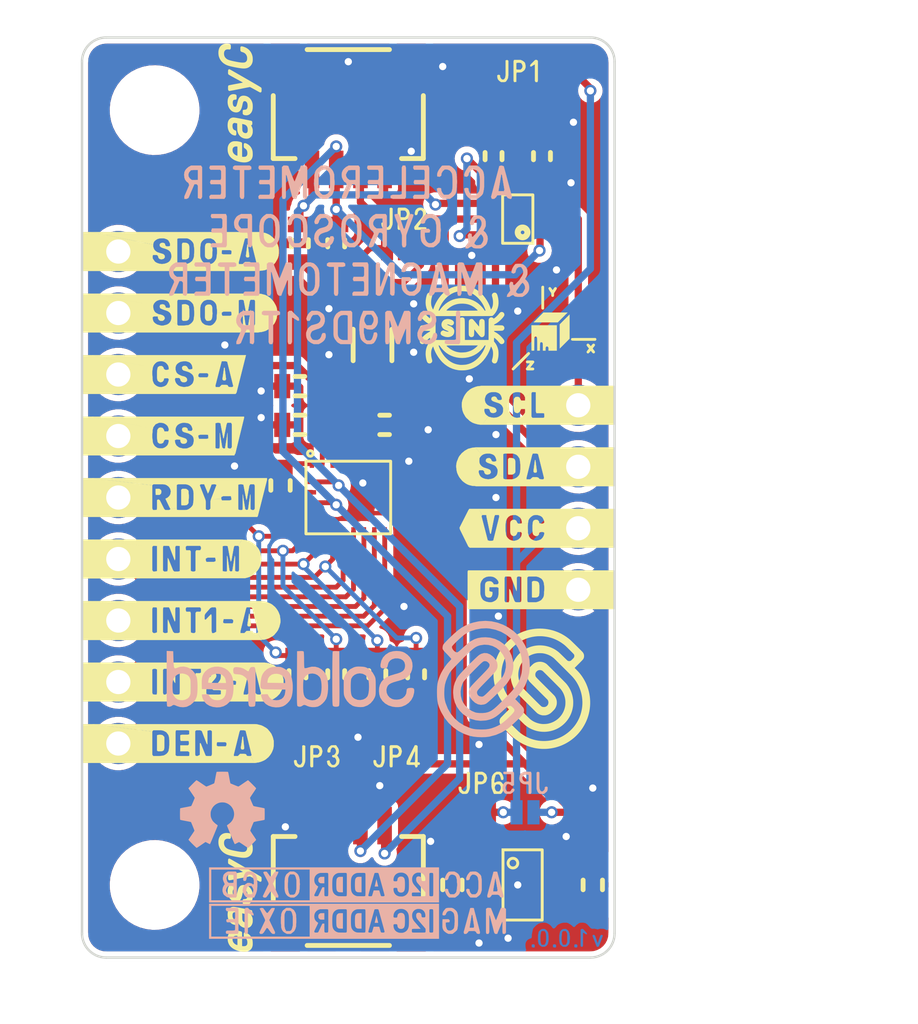
<source format=kicad_pcb>
(kicad_pcb (version 20210623) (generator pcbnew)
  (layers (0 "F.Cu" signal) (31 "B.Cu" signal) (34 "B.Paste" user) (35 "F.Paste" user) (36 "B.SilkS" user "B.Silkscreen") (37 "F.SilkS" user "F.Silkscreen") (38 "B.Mask" user) (39 "F.Mask" user) (44 "Edge.Cuts" user))
  (net 0 "")
  (net 1 "GND")
  (net 2 "3V3")
  (net 3 "Net-(C2-Pad1)")
  (net 4 "Net-(C4-Pad1)")
  (net 5 "Net-(C6-Pad2)")
  (net 6 "SCL_PULL5")
  (net 7 "5V")
  (net 8 "SDA_PULL5")
  (net 9 "SCL_PULL3,3")
  (net 10 "SDA_PULL3,3")
  (net 11 "Net-(JP3-Pad1)")
  (net 12 "Net-(JP3-Pad3)")
  (net 13 "SDO_AG")
  (net 14 "SDO_M")
  (net 15 "CS_AG")
  (net 16 "CS_M")
  (net 17 "DRDY_M")
  (net 18 "INT_M")
  (net 19 "INT1_AG")
  (net 20 "INT2_AG")
  (net 21 "DEN_AG")
  (net 22 "SCL3,3")
  (net 23 "SDA3,3")
  (net 24 "SDA5")
  (net 25 "SCL5")
  (net 27 "Net-(JP4-Pad1)")
  (net 28 "Net-(JP4-Pad3)")
  (footprint "buzzardLabel" (layer "F.Cu") (at 99.6 126.08)
    (fp_text reference "")
    (fp_text value "")
  )
  (footprint "e-radionica.com footprinti:0603R" (layer "F.Cu") (at 110.5 128.3 -90)
    (fp_text reference "R6")
    (fp_text value "10k")
  )
  (footprint "e-radionica.com footprinti:FIDUCIAL_23" (layer "F.Cu") (at 111 138.1)
    (fp_text reference "FD1")
    (fp_text value "FIDUCIAL")
  )
  (footprint "e-radionica.com footprinti:0603R" (layer "F.Cu") (at 109 110.5 -90)
    (fp_text reference "R4")
    (fp_text value "10k")
  )
  (footprint "e-radionica.com footprinti:0603C" (layer "F.Cu") (at 115.3 137 90)
    (fp_text reference "C6")
    (fp_text value "2u2")
  )
  (footprint "buzzardLabel" (layer "F.Cu") (at 99.6 123.54)
    (fp_text reference "")
    (fp_text value "")
  )
  (footprint "buzzardLabel" (layer "F.Cu") (at 118 103.4)
    (fp_text reference "")
    (fp_text value "")
  )
  (footprint "e-radionica.com footprinti:easyC-connector" (layer "F.Cu") (at 111 136.7 180)
    (fp_text reference "K2")
    (fp_text value "easyC-SMD")
  )
  (footprint "e-radionica.com footprinti:0603R" (layer "F.Cu") (at 113.8 128.3 -90)
    (fp_text reference "R8")
    (fp_text value "10k")
  )
  (footprint "buzzardLabel" (layer "F.Cu") (at 99.6 115.92)
    (fp_text reference "")
    (fp_text value "")
  )
  (footprint "e-radionica.com footprinti:SMD-JUMPER-CONNECTED_TRACE_SLODERMASK" (layer "F.Cu") (at 116.5 134)
    (fp_text reference "JP6")
    (fp_text value "SMD-JUMPER-CONNECTED_TRACE_SLODERMASK")
  )
  (footprint "e-radionica.com footprinti:1206C" (layer "F.Cu") (at 112 114.7 90)
    (fp_text reference "C3")
    (fp_text value "10u")
  )
  (footprint "Soldered Graphics:Logo-Back-OSH-3.5mm" (layer "F.Cu") (at 105.8 133.9)
    (fp_text reference "G***" hide)
    (fp_text value "LOGO" hide)
  )
  (footprint "e-radionica.com footprinti:0603C" (layer "F.Cu") (at 109 116.4)
    (fp_text reference "C5")
    (fp_text value "100nF")
  )
  (footprint "e-radionica.com footprinti:0603R" (layer "F.Cu") (at 119 106.9 -90)
    (fp_text reference "R2")
    (fp_text value "10k")
  )
  (footprint "e-radionica.com footprinti:0603C" (layer "F.Cu") (at 109 118 180)
    (fp_text reference "C2")
    (fp_text value "100nF")
  )
  (footprint "buzzardLabel" (layer "F.Cu") (at 122.4 119.73)
    (fp_text reference "")
    (fp_text value "")
  )
  (footprint "buzzardLabel" (layer "F.Cu") (at 113 131.7)
    (fp_text reference "")
    (fp_text value "")
  )
  (footprint "buzzardLabel" (layer "F.Cu") (at 99.6 121)
    (fp_text reference "")
    (fp_text value "")
  )
  (footprint "buzzardLabel" (layer "F.Cu") (at 99.6 110.84)
    (fp_text reference "")
    (fp_text value "")
  )
  (footprint "Soldered Graphics:Logo-Front-Soldered-5mm" (layer "F.Cu") (at 119 128.9)
    (fp_text reference "G***" hide)
    (fp_text value "LOGO" hide)
  )
  (footprint "e-radionica.com footprinti:0603R" (layer "F.Cu") (at 110.5 110.5 90)
    (fp_text reference "R1")
    (fp_text value "10k")
  )
  (footprint "buzzardLabel" (layer "F.Cu") (at 99.6 128.62)
    (fp_text reference "")
    (fp_text value "")
  )
  (footprint "Soldered Graphics:Logo-Back-SolderedFULL-15mm" (layer "F.Cu") (at 111 128.5)
    (fp_text reference "REF**" hide)
    (fp_text value "Logo-Front-SolderedFULL-15mm" hide)
  )
  (footprint "e-radionica.com footprinti:HEADER_MALE_4X1" (layer "F.Cu") (at 120.5 121 90)
    (fp_text reference "K3")
    (fp_text value "HEADER_MALE_4X1")
  )
  (footprint "buzzardLabel" (layer "F.Cu") (at 122.4 124.81)
    (fp_text reference "")
    (fp_text value "")
  )
  (footprint "e-radionica.com footprinti:0603C" (layer "F.Cu") (at 108.2 120.5 90)
    (fp_text reference "C1")
    (fp_text value "100nF")
  )
  (footprint "e-radionica.com footprinti:SMD_JUMPER_3_PAD_TRACE" (layer "F.Cu") (at 113 130.5 180)
    (fp_text reference "JP4")
    (fp_text value "SMD_JUMPER_3_PAD_TRACE")
  )
  (footprint "e-radionica.com footprinti:0603R" (layer "F.Cu") (at 112.2 128.3 -90)
    (fp_text reference "R7")
    (fp_text value "10k")
  )
  (footprint "buzzardLabel" (layer "F.Cu") (at 99.6 118.46)
    (fp_text reference "")
    (fp_text value "")
  )
  (footprint "e-radionica.com footprinti:SMD_JUMPER_3_PAD_TRACE" (layer "F.Cu") (at 118 104.6 180)
    (fp_text reference "JP1")
    (fp_text value "SMD_JUMPER_3_PAD_TRACE")
  )
  (footprint "e-radionica.com footprinti:SMD_JUMPER_3_PAD_TRACE" (layer "F.Cu") (at 113.3 110.7 180)
    (fp_text reference "JP2")
    (fp_text value "SMD_JUMPER_3_PAD_TRACE")
  )
  (footprint "e-radionica.com footprinti:SOT-363" (layer "F.Cu") (at 118 109.5 180)
    (fp_text reference "U1")
    (fp_text value "NMOS-DUAL")
  )
  (footprint "buzzardLabel" (layer "F.Cu") (at 109.7 131.7)
    (fp_text reference "")
    (fp_text value "")
  )
  (footprint "e-radionica.com footprinti:0603R" (layer "F.Cu") (at 108.9 128.3 -90)
    (fp_text reference "R5")
    (fp_text value "10k")
  )
  (footprint "e-radionica.com footprinti:HEADER_MALE_9X1" (layer "F.Cu") (at 101.5 121 -90)
    (fp_text reference "K1")
    (fp_text value "HEADER_MALE_9X1")
  )
  (footprint "Soldered Graphics:Symbol-Front-Axis" (layer "F.Cu") (at 119.5 114)
    (fp_text reference "G***" hide)
    (fp_text value "LOGO" hide)
  )
  (footprint "Soldered Graphics:Symbol-Front-Magnetic-Field" (layer "F.Cu") (at 115.7 114)
    (fp_text reference "G***" hide)
    (fp_text value "LOGO" hide)
  )
  (footprint "e-radionica.com footprinti:SMD_JUMPER_3_PAD_TRACE" (layer "F.Cu") (at 109.7 130.5 180)
    (fp_text reference "JP3")
    (fp_text value "SMD_JUMPER_3_PAD_TRACE")
  )
  (footprint "e-radionica.com footprinti:0603C" (layer "F.Cu") (at 112.5 118)
    (fp_text reference "C4")
    (fp_text value "10nF")
  )
  (footprint "e-radionica.com footprinti:easyC-connector" (layer "F.Cu") (at 111 105.3)
    (fp_text reference "K4")
    (fp_text value "easyC-SMD")
  )
  (footprint "e-radionica.com footprinti:SOT-23-5" (layer "F.Cu") (at 118.2 137)
    (fp_text reference "U3")
    (fp_text value "SE5218")
  )
  (footprint "buzzardLabel" (layer "F.Cu") (at 116.5 132.8)
    (fp_text reference "")
    (fp_text value "")
  )
  (footprint "buzzardLabel" (layer "F.Cu") (at 122.4 122.27)
    (fp_text reference "")
    (fp_text value "")
  )
  (footprint "buzzardLabel" (layer "F.Cu") (at 99.6 113.38)
    (fp_text reference "")
    (fp_text value "")
  )
  (footprint "buzzardLabel" (layer "F.Cu") (at 99.6 131.16)
    (fp_text reference "")
    (fp_text value "")
  )
  (footprint "Soldered Graphics:Logo-Front-easyC-5mm" (layer "F.Cu") (at 106.5 137.3 90)
    (fp_text reference "G***" hide)
    (fp_text value "LOGO" hide)
  )
  (footprint "e-radionica.com footprinti:LSM9DS1TR" (layer "F.Cu") (at 111 121)
    (fp_text reference "U2")
    (fp_text value "LSM9DS1TR")
  )
  (footprint "buzzardLabel" (layer "F.Cu") (at 113.3 109.5)
    (fp_text reference "")
    (fp_text value "")
  )
  (footprint "e-radionica.com footprinti:0603R" (layer "F.Cu") (at 117 106.9 90)
    (fp_text reference "R3")
    (fp_text value "10k")
  )
  (footprint "Soldered Graphics:Logo-Front-easyC-5mm" (layer "F.Cu") (at 106.5 104.7 90)
    (fp_text reference "G***" hide)
    (fp_text value "LOGO" hide)
  )
  (footprint "e-radionica.com footprinti:HOLE_3.2mm" (layer "F.Cu") (at 103 105)
    (fp_text reference "H1" hide)
    (fp_text value "HOLE_3.2mm" hide)
  )
  (footprint "e-radionica.com footprinti:0603C" (layer "F.Cu") (at 121.1 137 90)
    (fp_text reference "C7")
    (fp_text value "2u2")
  )
  (footprint "buzzardLabel" (layer "F.Cu") (at 122.4 117.19)
    (fp_text reference "")
    (fp_text value "")
  )
  (footprint "e-radionica.com footprinti:HOLE_3.2mm" (layer "F.Cu") (at 103 137)
    (fp_text reference "H2" hide)
    (fp_text value "HOLE_3.2mm" hide)
  )
  (footprint "Soldered Graphics:Symbol-Front-I2C-ADDR-Field" (layer "B.Cu") (at 110 138.5 180)
    (fp_text reference "REF**" hide)
    (fp_text value "Symbol-Front-I2C-ADDR-Field" hide)
  )
  (footprint "e-radionica.com footprinti:SMD_JUMPER" (layer "B.Cu") (at 118.3 134)
    (fp_text reference "JP5")
    (fp_text value "SMD_JUMPER")
  )
  (footprint "buzzardLabel" (layer "B.Cu") (at 107.4 138.5 180)
    (fp_text reference "")
    (fp_text value "")
  )
  (footprint "buzzardLabel" (layer "B.Cu") (at 111 108 180)
    (fp_text reference "")
    (fp_text value "")
  )
  (footprint "buzzardLabel" (layer "B.Cu") (at 111 112 180)
    (fp_text reference "")
    (fp_text value "")
  )
  (footprint "buzzardLabel" (layer "B.Cu") (at 111 114 180)
    (fp_text reference "")
    (fp_text value "")
  )
  (footprint "buzzardLabel" (layer "B.Cu") (at 116.2 138.5 180)
    (fp_text reference "")
    (fp_text value "")
  )
  (footprint "Soldered Graphics:Symbol-Front-I2C-ADDR-Field" (layer "B.Cu") (at 110 137 180)
    (fp_text reference "REF**" hide)
    (fp_text value "Symbol-Front-I2C-ADDR-Field" hide)
  )
  (footprint "buzzardLabel" (layer "B.Cu") (at 118.3 132.8 180)
    (fp_text reference "")
    (fp_text value "")
  )
  (footprint "Soldered Graphics:Version1.0.0." (layer "B.Cu") (at 120 139.2 180)
    (fp_text reference "Ref**" hide)
    (fp_text value "Val**" hide)
  )
  (footprint "buzzardLabel" (layer "B.Cu") (at 116.2 137 180)
    (fp_text reference "")
    (fp_text value "")
  )
  (footprint "buzzardLabel" (layer "B.Cu") (at 111 110 180)
    (fp_text reference "")
    (fp_text value "")
  )
  (footprint "buzzardLabel" (layer "B.Cu") (at 107.4 137 180)
    (fp_text reference "")
    (fp_text value "")
  )
  (gr_arc (start 101 139) (end 101 140) (angle 90) (layer "Edge.Cuts") (width 0.1))
  (gr_arc (start 101 103) (end 101 102) (angle -90) (layer "Edge.Cuts") (width 0.1))
  (gr_line (start 101 102) (end 121 102) (layer "Edge.Cuts") (width 0.1))
  (gr_line (start 100 139) (end 100 103) (layer "Edge.Cuts") (width 0.1))
  (gr_arc (start 121 103) (end 121 102) (angle 90) (layer "Edge.Cuts") (width 0.1))
  (gr_line (start 121 140) (end 101 140) (layer "Edge.Cuts") (width 0.1))
  (gr_line (start 122 103) (end 122 139) (layer "Edge.Cuts") (width 0.1))
  (gr_arc (start 121 139) (end 121 140) (angle -90) (layer "Edge.Cuts") (width 0.1))
  (via (at 110.2 115.1) (size 0.5) (drill 0.3) (layers "F.Cu" "B.Cu") (net 1))
  (via (at 111.4 130.9) (size 0.5) (drill 0.3) (layers "F.Cu" "B.Cu") (net 1))
  (via (at 116.4 139.4) (size 0.5) (drill 0.3) (layers "F.Cu" "B.Cu") (net 1))
  (via (at 105.9 114.7) (size 0.5) (drill 0.3) (layers "F.Cu" "B.Cu") (net 1))
  (via (at 117.6 139.2) (size 0.5) (drill 0.3) (layers "F.Cu" "B.Cu") (net 1))
  (via (at 113.5 119.5) (size 0.5) (drill 0.3) (layers "F.Cu" "B.Cu") (net 1))
  (via (at 110.2 113.2) (size 0.5) (drill 0.3) (layers "F.Cu" "B.Cu") (net 1))
  (via (at 118 137) (size 0.5) (drill 0.3) (layers "F.Cu" "B.Cu") (net 1))
  (via (at 117.1 121) (size 0.5) (drill 0.3) (layers "F.Cu" "B.Cu") (net 1))
  (via (at 120.2 108) (size 0.5) (drill 0.3) (layers "F.Cu" "B.Cu") (net 1))
  (via (at 111 103) (size 0.5) (drill 0.3) (layers "F.Cu" "B.Cu") (net 1))
  (via (at 113.6 106.7) (size 0.5) (drill 0.3) (layers "F.Cu" "B.Cu") (net 1))
  (via (at 107.4 117.7) (size 0.5) (drill 0.3) (layers "F.Cu" "B.Cu") (net 1))
  (via (at 117.2 125.9) (size 0.5) (drill 0.3) (layers "F.Cu" "B.Cu") (net 1))
  (via (at 113.7 115) (size 0.5) (drill 0.3) (layers "F.Cu" "B.Cu") (net 1))
  (via (at 113.7 113) (size 0.5) (drill 0.3) (layers "F.Cu" "B.Cu") (net 1))
  (via (at 111.6 120.4) (size 0.5) (drill 0.3) (layers "F.Cu" "B.Cu") (net 1))
  (via (at 113.3 125.5) (size 0.5) (drill 0.3) (layers "F.Cu" "B.Cu") (net 1))
  (via (at 117.1 118.4) (size 0.5) (drill 0.3) (layers "F.Cu" "B.Cu") (net 1))
  (via (at 119.6 111.6) (size 0.5) (drill 0.3) (layers "F.Cu" "B.Cu") (net 1))
  (via (at 106.3 119.7) (size 0.5) (drill 0.3) (layers "F.Cu" "B.Cu") (net 1))
  (via (at 120 135) (size 0.5) (drill 0.3) (layers "F.Cu" "B.Cu") (net 1))
  (via (at 114.3 118.2) (size 0.5) (drill 0.3) (layers "F.Cu" "B.Cu") (net 1))
  (via (at 116.4 131.2) (size 0.5) (drill 0.3) (layers "F.Cu" "B.Cu") (net 1))
  (via (at 120.3 105.5) (size 0.5) (drill 0.3) (layers "F.Cu" "B.Cu") (net 1))
  (via (at 108.4 134.6) (size 0.5) (drill 0.3) (layers "F.Cu" "B.Cu") (net 1))
  (via (at 116 116.1) (size 0.5) (drill 0.3) (layers "F.Cu" "B.Cu") (net 1))
  (via (at 114.9 103.2) (size 0.5) (drill 0.3) (layers "F.Cu" "B.Cu") (net 1))
  (via (at 112.3 132.9) (size 0.5) (drill 0.3) (layers "F.Cu" "B.Cu") (net 1))
  (via (at 107.4 116.6) (size 0.5) (drill 0.3) (layers "F.Cu" "B.Cu") (net 1))
  (via (at 121.1 133) (size 0.5) (drill 0.3) (layers "F.Cu" "B.Cu") (net 1))
  (via (at 114.4 135.2) (size 0.5) (drill 0.3) (layers "F.Cu" "B.Cu") (net 1))
  (via (at 116.1 111) (size 0.5) (drill 0.3) (layers "F.Cu" "B.Cu") (net 1))
  (via (at 118 113.3) (size 0.5) (drill 0.3) (layers "F.Cu" "B.Cu") (net 1))
  (segment (start 109.185 120.785) (end 108.2 119.8) (width 0.2) (layer "F.Cu") (net 2))
  (segment (start 119.6 133.3) (end 120.3 134) (width 0.3) (layer "F.Cu") (net 2))
  (segment (start 114.5 109.5) (end 114 109.5) (width 0.3) (layer "F.Cu") (net 2))
  (segment (start 116.3 130) (end 116.3 118.8) (width 0.3) (layer "F.Cu") (net 2))
  (segment (start 110.5 134.55) (end 110.5 132.6) (width 0.3) (layer "F.Cu") (net 2))
  (segment (start 110.9 116.4) (end 111.075 116.225) (width 0.3) (layer "F.Cu") (net 2))
  (segment (start 110.785 119.015) (end 110.785 116.885) (width 0.3) (layer "F.Cu") (net 2))
  (segment (start 115.25 117.75) (end 115 117.5) (width 0.3) (layer "F.Cu") (net 2))
  (segment (start 113.725 116.225) (end 112 116.225) (width 0.3) (layer "F.Cu") (net 2))
  (segment (start 110.3 116.4) (end 110.9 116.4) (width 0.3) (layer "F.Cu") (net 2))
  (segment (start 113 130.5) (end 113 131.5) (width 0.3) (layer "F.Cu") (net 2))
  (segment (start 113 131.5) (end 113.5 132) (width 0.3) (layer "F.Cu") (net 2))
  (segment (start 108.17 119.77) (end 108.2 119.77) (width 0.2) (layer "F.Cu") (net 2))
  (segment (start 108.2 119.77) (end 107.97 119.77) (width 0.3) (layer "F.Cu") (net 2))
  (segment (start 109.73 116.4) (end 110.3 116.4) (width 0.3) (layer "F.Cu") (net 2))
  (segment (start 110.355 119.6) (end 110.355 119.445) (width 0.2) (layer "F.Cu") (net 2))
  (segment (start 108.17 119.6) (end 108.2 119.63) (width 0.2) (layer "F.Cu") (net 2))
  (segment (start 111.1 132) (end 110.2 132) (width 0.3) (layer "F.Cu") (net 2))
  (segment (start 108.880489 115.550489) (end 109.73 116.4) (width 0.3) (layer "F.Cu") (net 2))
  (segment (start 109.495 119.6) (end 108.37 119.6) (width 0.2) (layer "F.Cu") (net 2))
  (segment (start 118.5 132.2) (end 118.3 132) (width 0.3) (layer "F.Cu") (net 2))
  (segment (start 107.97 119.77) (end 106.6 118.4) (width 0.3) (layer "F.Cu") (net 2))
  (segment (start 110.5 132.6) (end 111.1 132) (width 0.3) (layer "F.Cu") (net 2))
  (segment (start 113.6 109.5) (end 113.3 109.8) (width 0.3) (layer "F.Cu") (net 2))
  (segment (start 116.3 118.8) (end 115.25 117.75) (width 0.3) (layer "F.Cu") (net 2))
  (segment (start 114 109.5) (end 112.2 109.5) (width 0.3) (layer "F.Cu") (net 2))
  (segment (start 118.5 132.2) (end 116.3 130) (width 0.3) (layer "F.Cu") (net 2))
  (segment (start 120.3 134) (end 121.1 134.8) (width 0.3) (layer "F.Cu") (net 2))
  (segment (start 109.7 131.5) (end 109.7 130.5) (width 0.3) (layer "F.Cu") (net 2))
  (segment (start 113.3 109.8) (end 113.3 110.7) (width 0.3) (layer "F.Cu") (net 2))
  (segment (start 106.6 118.4) (end 106.6 116.2) (width 0.3) (layer "F.Cu") (net 2))
  (segment (start 115.25 117.75) (end 113.725 116.225) (width 0.3) (layer "F.Cu") (net 2))
  (segment (start 120.3 134) (end 119.4 134) (width 0.3) (layer "F.Cu") (net 2))
  (segment (start 115 117.5) (end 115 110) (width 0.3) (layer "F.Cu") (net 2))
  (segment (start 108.2 119.63) (end 108.2 119.77) (width 0.2) (layer "F.Cu") (net 2))
  (segment (start 112.2 109.5) (end 111.5 108.8) (width 0.3) (layer "F.Cu") (net 2))
  (segment (start 109.495 120.785) (end 109.185 120.785) (width 0.2) (layer "F.Cu") (net 2))
  (segment (start 117.08 109.5) (end 114.5 109.5) (width 0.3) (layer "F.Cu") (net 2))
  (segment (start 121.1 134.8) (end 121.1 136.27) (width 0.3) (layer "F.Cu") (net 2))
  (segment (start 118.3 132) (end 113.5 132) (width 0.3) (layer "F.Cu") (net 2))
  (segment (start 114 109.5) (end 113.6 109.5) (width 0.3) (layer "F.Cu") (net 2))
  (segment (start 118.92 109.5) (end 117.08 109.5) (width 0.3) (layer "F.Cu") (net 2))
  (segment (start 110.785 119.6) (end 110.785 119.015) (width 0.2) (layer "F.Cu") (net 2))
  (segment (start 113.5 132) (end 111.1 132) (width 0.3) (layer "F.Cu") (net 2))
  (segment (start 110.785 116.885) (end 110.3 116.4) (width 0.3) (layer "F.Cu") (net 2))
  (segment (start 115 110) (end 114.5 109.5) (width 0.3) (layer "F.Cu") (net 2))
  (segment (start 119.5 136.05) (end 120.88 136.05) (width 0.3) (layer "F.Cu") (net 2))
  (segment (start 110.2 132) (end 109.7 131.5) (width 0.3) (layer "F.Cu") (net 2))
  (segment (start 107.249511 115.550489) (end 108.880489 115.550489) (width 0.3) (layer "F.Cu") (net 2))
  (segment (start 108.2 119.8) (end 108.2 119.77) (width 0.2) (layer "F.Cu") (net 2))
  (segment (start 110.355 119.445) (end 110.785 119.015) (width 0.2) (layer "F.Cu") (net 2))
  (segment (start 106.6 116.2) (end 107.249511 115.550489) (width 0.3) (layer "F.Cu") (net 2))
  (segment (start 112 116.225) (end 111.075 116.225) (width 0.3) (layer "F.Cu") (net 2))
  (segment (start 119.6 133.3) (end 118.5 132.2) (width 0.3) (layer "F.Cu") (net 2))
  (segment (start 108.37 119.6) (end 108.2 119.77) (width 0.2) (layer "F.Cu") (net 2))
  (segment (start 111.5 108.8) (end 111.5 107.45) (width 0.3) (layer "F.Cu") (net 2))
  (segment (start 120.88 136.05) (end 121.1 136.27) (width 0.3) (layer "F.Cu") (net 2))
  (via (at 119.4 134) (size 0.5) (drill 0.3) (layers "F.Cu" "B.Cu") (net 2))
  (segment (start 119.4 134) (end 118.65 134) (width 0.3) (layer "B.Cu") (net 2))
  (segment (start 109.925 119.6) (end 109.925 118.195) (width 0.2) (layer "F.Cu") (net 3))
  (segment (start 109.925 118.195) (end 109.73 118) (width 0.2) (layer "F.Cu") (net 3))
  (segment (start 111.215 119.185) (end 111.77 118.63) (width 0.2) (layer "F.Cu") (net 4))
  (segment (start 111.215 119.6) (end 111.215 119.185) (width 0.2) (layer "F.Cu") (net 4))
  (segment (start 111.77 118.63) (end 111.77 118) (width 0.2) (layer "F.Cu") (net 4))
  (segment (start 118.05 136.05) (end 116.9 136.05) (width 0.2) (layer "F.Cu") (net 5))
  (segment (start 118.7 137.4) (end 118.7 136.7) (width 0.2) (layer "F.Cu") (net 5))
  (segment (start 115.3 134.85) (end 116.15 134) (width 0.3) (layer "F.Cu") (net 5))
  (segment (start 115.52 136.05) (end 115.3 136.27) (width 0.3) (layer "F.Cu") (net 5))
  (segment (start 115.3 136.27) (end 115.3 134.85) (width 0.3) (layer "F.Cu") (net 5))
  (segment (start 118.15 137.95) (end 118.7 137.4) (width 0.2) (layer "F.Cu") (net 5))
  (segment (start 118.7 136.7) (end 118.05 136.05) (width 0.2) (layer "F.Cu") (net 5))
  (segment (start 116.9 136.05) (end 115.52 136.05) (width 0.3) (layer "F.Cu") (net 5))
  (segment (start 116.9 137.95) (end 118.15 137.95) (width 0.2) (layer "F.Cu") (net 5))
  (segment (start 119 104.9) (end 118.7 104.6) (width 0.3) (layer "F.Cu") (net 6))
  (segment (start 119 106.125) (end 119 104.9) (width 0.3) (layer "F.Cu") (net 6))
  (segment (start 118 103.4) (end 118 104.6) (width 0.3) (layer "F.Cu") (net 7))
  (segment (start 121 104.1) (end 120 103.1) (width 0.3) (layer "F.Cu") (net 7))
  (segment (start 118.3 103.1) (end 118 103.4) (width 0.3) (layer "F.Cu") (net 7))
  (segment (start 117.4 134) (end 116.85 134) (width 0.3) (layer "F.Cu") (net 7))
  (segment (start 120 103.1) (end 118.3 103.1) (width 0.3) (layer "F.Cu") (net 7))
  (segment (start 121 104.2) (end 121 104.1) (width 0.3) (layer "F.Cu") (net 7))
  (via (at 121 104.2) (size 0.5) (drill 0.3) (layers "F.Cu" "B.Cu") (net 7))
  (via (at 117.4 134) (size 0.5) (drill 0.3) (layers "F.Cu" "B.Cu") (net 7))
  (segment (start 117.95 123.65) (end 118 123.6) (width 0.3) (layer "B.Cu") (net 7))
  (segment (start 119.33 122.27) (end 120.5 122.27) (width 0.3) (layer "B.Cu") (net 7))
  (segment (start 118 123.6) (end 119.33 122.27) (width 0.3) (layer "B.Cu") (net 7))
  (segment (start 121 111.55) (end 121 104.2) (width 0.3) (layer "B.Cu") (net 7))
  (segment (start 117.95 123.65) (end 117.95 114.6) (width 0.3) (layer "B.Cu") (net 7))
  (segment (start 117.95 134) (end 117.4 134) (width 0.3) (layer "B.Cu") (net 7))
  (segment (start 117.95 114.6) (end 121 111.55) (width 0.3) (layer "B.Cu") (net 7))
  (segment (start 117.95 123.65) (end 117.95 134) (width 0.3) (layer "B.Cu") (net 7))
  (segment (start 117 104.9) (end 117.3 104.6) (width 0.3) (layer "F.Cu") (net 8))
  (segment (start 117 106.125) (end 117 104.9) (width 0.3) (layer "F.Cu") (net 8))
  (segment (start 113.3 112.1) (end 109.825 112.1) (width 0.254) (layer "F.Cu") (net 9))
  (segment (start 109.825 112.1) (end 109 111.275) (width 0.254) (layer "F.Cu") (net 9))
  (segment (start 114 111.4) (end 113.3 112.1) (width 0.254) (layer "F.Cu") (net 9))
  (segment (start 114 110.7) (end 114 111.4) (width 0.254) (layer "F.Cu") (net 9))
  (segment (start 111.325 111.275) (end 111.9 110.7) (width 0.254) (layer "F.Cu") (net 10))
  (segment (start 111.9 110.7) (end 112.6 110.7) (width 0.254) (layer "F.Cu") (net 10))
  (segment (start 110.5 111.275) (end 111.325 111.275) (width 0.254) (layer "F.Cu") (net 10))
  (segment (start 110.5 129.075) (end 110.5 130.4) (width 0.2) (layer "F.Cu") (net 11))
  (segment (start 110.5 130.4) (end 110.4 130.5) (width 0.2) (layer "F.Cu") (net 11))
  (segment (start 108.9 129.075) (end 108.9 130.4) (width 0.2) (layer "F.Cu") (net 12))
  (segment (start 108.9 130.4) (end 109 130.5) (width 0.2) (layer "F.Cu") (net 12))
  (segment (start 105.49904 120.79904) (end 105.499038 119.30402) (width 0.2) (layer "F.Cu") (net 13))
  (segment (start 108.54 122.6) (end 109.495 121.645) (width 0.2) (layer "F.Cu") (net 13))
  (segment (start 105.499038 119.30402) (end 104.5 118.304982) (width 0.2) (layer "F.Cu") (net 13))
  (segment (start 108 127.4) (end 108.125 127.525) (width 0.2) (layer "F.Cu") (net 13))
  (segment (start 102.64 110.84) (end 101.5 110.84) (width 0.2) (layer "F.Cu") (net 13))
  (segment (start 107.3 122.6) (end 108.54 122.6) (width 0.2) (layer "F.Cu") (net 13))
  (segment (start 108.125 127.525) (end 108.9 127.525) (width 0.2) (layer "F.Cu") (net 13))
  (segment (start 107.3 122.6) (end 105.49904 120.79904) (width 0.2) (layer "F.Cu") (net 13))
  (segment (start 104.5 112.7) (end 102.64 110.84) (width 0.2) (layer "F.Cu") (net 13))
  (segment (start 104.5 118.304982) (end 104.5 112.7) (width 0.2) (layer "F.Cu") (net 13))
  (via (at 108 127.4) (size 0.5) (drill 0.3) (layers "F.Cu" "B.Cu") (net 13))
  (via (at 107.3 122.6) (size 0.5) (drill 0.3) (layers "F.Cu" "B.Cu") (net 13))
  (segment (start 108 127.4) (end 107.3 126.7) (width 0.2) (layer "B.Cu") (net 13))
  (segment (start 107.3 126.7) (end 107.3 122.6) (width 0.2) (layer "B.Cu") (net 13))
  (segment (start 110.5 126.8495) (end 110.5 127.525) (width 0.2) (layer "F.Cu") (net 14))
  (segment (start 105.099519 119.469507) (end 104 118.369988) (width 0.2) (layer "F.Cu") (net 14))
  (segment (start 105.09952 121.234514) (end 105.099519 119.469507) (width 0.2) (layer "F.Cu") (net 14))
  (segment (start 109.495 122.4) (end 108.695 123.2) (width 0.2) (layer "F.Cu") (net 14))
  (segment (start 104 118.369988) (end 104 114.1) (width 0.2) (layer "F.Cu") (net 14))
  (segment (start 104 114.1) (end 103.28 113.38) (width 0.2) (layer "F.Cu") (net 14))
  (segment (start 108.695 123.2) (end 108.3 123.2) (width 0.2) (layer "F.Cu") (net 14))
  (segment (start 108.3 123.2) (end 107.065006 123.2) (width 0.2) (layer "F.Cu") (net 14))
  (segment (start 107.065006 123.2) (end 105.09952 121.234514) (width 0.2) (layer "F.Cu") (net 14))
  (segment (start 103.28 113.38) (end 101.5 113.38) (width 0.2) (layer "F.Cu") (net 14))
  (via (at 110.5 126.8495) (size 0.5) (drill 0.3) (layers "F.Cu" "B.Cu") (net 14))
  (via (at 108.3 123.2) (size 0.5) (drill 0.3) (layers "F.Cu" "B.Cu") (net 14))
  (segment (start 110.5 126.8495) (end 108.3 124.6495) (width 0.2) (layer "B.Cu") (net 14))
  (segment (start 108.3 124.6495) (end 108.3 123.2) (width 0.2) (layer "B.Cu") (net 14))
  (segment (start 109.925 122.975) (end 109.150489 123.749511) (width 0.2) (layer "F.Cu") (net 15))
  (segment (start 102.62 115.92) (end 101.5 115.92) (width 0.2) (layer "F.Cu") (net 15))
  (segment (start 103.60048 116.90048) (end 102.62 115.92) (width 0.2) (layer "F.Cu") (net 15))
  (segment (start 103.60048 118.535474) (end 103.60048 116.90048) (width 0.2) (layer "F.Cu") (net 15))
  (segment (start 107.049511 123.749511) (end 104.7 121.4) (width 0.2) (layer "F.Cu") (net 15))
  (segment (start 104.7 121.4) (end 104.7 119.634994) (width 0.2) (layer "F.Cu") (net 15))
  (segment (start 109.925 122.4) (end 109.925 122.975) (width 0.2) (layer "F.Cu") (net 15))
  (segment (start 112.2 126.9) (end 112.2 127.225) (width 0.2) (layer "F.Cu") (net 15))
  (segment (start 109.150489 123.749511) (end 107.049511 123.749511) (width 0.2) (layer "F.Cu") (net 15))
  (segment (start 104.7 119.634994) (end 103.60048 118.535474) (width 0.2) (layer "F.Cu") (net 15))
  (via (at 112.2 126.9) (size 0.5) (drill 0.3) (layers "F.Cu" "B.Cu") (net 15))
  (via (at 109.150489 123.749511) (size 0.5) (drill 0.3) (layers "F.Cu" "B.Cu") (net 15))
  (segment (start 112.2 126.9) (end 109.150489 123.850489) (width 0.2) (layer "B.Cu") (net 15))
  (segment (start 109.150489 123.850489) (end 109.150489 123.749511) (width 0.2) (layer "B.Cu") (net 15))
  (segment (start 106.8 124.3) (end 104.2 121.7) (width 0.2) (layer "F.Cu") (net 16))
  (segment (start 113.8 126.8) (end 113.8 127.225) (width 0.2) (layer "F.Cu") (net 16))
  (segment (start 110.355 123.545) (end 109.6 124.3) (width 0.2) (layer "F.Cu") (net 16))
  (segment (start 102.96 118.46) (end 101.5 118.46) (width 0.2) (layer "F.Cu") (net 16))
  (segment (start 110.355 122.4) (end 110.355 123.545) (width 0.2) (layer "F.Cu") (net 16))
  (segment (start 109.6 124.3) (end 106.8 124.3) (width 0.2) (layer "F.Cu") (net 16))
  (segment (start 104.2 119.7) (end 102.96 118.46) (width 0.2) (layer "F.Cu") (net 16))
  (segment (start 104.2 121.7) (end 104.2 119.7) (width 0.2) (layer "F.Cu") (net 16))
  (via (at 113.8 126.8) (size 0.5) (drill 0.3) (layers "F.Cu" "B.Cu") (net 16))
  (via (at 110.05 123.85) (size 0.5) (drill 0.3) (layers "F.Cu" "B.Cu") (net 16))
  (segment (start 113.8 126.8) (end 113 126.8) (width 0.2) (layer "B.Cu") (net 16))
  (segment (start 113 126.8) (end 110.05 123.85) (width 0.2) (layer "B.Cu") (net 16))
  (segment (start 110.785 124.415) (end 110.49808 124.70192) (width 0.2) (layer "F.Cu") (net 17))
  (segment (start 106.30192 124.70192) (end 102.6 121) (width 0.2) (layer "F.Cu") (net 17))
  (segment (start 110.49808 124.70192) (end 106.30192 124.70192) (width 0.2) (layer "F.Cu") (net 17))
  (segment (start 102.6 121) (end 101.5 121) (width 0.2) (layer "F.Cu") (net 17))
  (segment (start 110.785 122.4) (end 110.785 124.415) (width 0.2) (layer "F.Cu") (net 17))
  (segment (start 111.215 124.785) (end 110.89856 125.10144) (width 0.2) (layer "F.Cu") (net 18))
  (segment (start 111.215 122.4) (end 111.215 124.785) (width 0.2) (layer "F.Cu") (net 18))
  (segment (start 110.89856 125.10144) (end 103.06144 125.10144) (width 0.2) (layer "F.Cu") (net 18))
  (segment (start 103.06144 125.10144) (end 101.5 123.54) (width 0.2) (layer "F.Cu") (net 18))
  (segment (start 111.645 125.155) (end 111.29904 125.50096) (width 0.2) (layer "F.Cu") (net 19))
  (segment (start 111.29904 125.50096) (end 102.07904 125.50096) (width 0.2) (layer "F.Cu") (net 19))
  (segment (start 102.07904 125.50096) (end 101.5 126.08) (width 0.2) (layer "F.Cu") (net 19))
  (segment (start 111.645 122.4) (end 111.645 125.155) (width 0.2) (layer "F.Cu") (net 19))
  (segment (start 112.075 122.4) (end 112.075 125.459994) (width 0.2) (layer "F.Cu") (net 20))
  (segment (start 104.21952 125.90048) (end 101.5 128.62) (width 0.2) (layer "F.Cu") (net 20))
  (segment (start 111.634514 125.90048) (end 104.21952 125.90048) (width 0.2) (layer "F.Cu") (net 20))
  (segment (start 112.075 125.459994) (end 111.634514 125.90048) (width 0.2) (layer "F.Cu") (net 20))
  (segment (start 112.505 122.4) (end 112.505 125.595) (width 0.2) (layer "F.Cu") (net 21))
  (segment (start 111.8 126.3) (end 106.4 126.3) (width 0.2) (layer "F.Cu") (net 21))
  (segment (start 112.505 125.595) (end 111.8 126.3) (width 0.2) (layer "F.Cu") (net 21))
  (segment (start 106.4 126.3) (end 101.54 131.16) (width 0.2) (layer "F.Cu") (net 21))
  (segment (start 101.54 131.16) (end 101.5 131.16) (width 0.2) (layer "F.Cu") (net 21))
  (segment (start 114.65 108.85) (end 117.08 108.85) (width 0.3) (layer "F.Cu") (net 22))
  (segment (start 109.5 108.6) (end 109.15 108.95) (width 0.3) (layer "F.Cu") (net 22))
  (segment (start 109.495 120.355) (end 110.455 120.355) (width 0.2) (layer "F.Cu") (net 22))
  (segment (start 110.455 120.355) (end 110.6 120.5) (width 0.2) (layer "F.Cu") (net 22))
  (segment (start 109.15 108.95) (end 109 109.1) (width 0.3) (layer "F.Cu") (net 22))
  (segment (start 109.5 107.45) (end 109.5 108.6) (width 0.3) (layer "F.Cu") (net 22))
  (segment (start 114.6 108.9) (end 114.65 108.85) (width 0.3) (layer "F.Cu") (net 22))
  (segment (start 112.5 135.7) (end 112.5 134.55) (width 0.3) (layer "F.Cu") (net 22))
  (segment (start 109 109.1) (end 109 109.725) (width 0.3) (layer "F.Cu") (net 22))
  (via (at 109.15 108.95) (size 0.5) (drill 0.3) (layers "F.Cu" "B.Cu") (net 22))
  (via (at 114.6 108.9) (size 0.5) (drill 0.3) (layers "F.Cu" "B.Cu") (net 22))
  (via (at 112.5 135.7) (size 0.5) (drill 0.3) (layers "F.Cu" "B.Cu") (net 22))
  (via (at 110.6 120.5) (size 0.5) (drill 0.3) (layers "F.Cu" "B.Cu") (net 22))
  (segment (start 114.2 108.5) (end 109.6 108.5) (width 0.3) (layer "B.Cu") (net 22))
  (segment (start 114.6 108.9) (end 114.2 108.5) (width 0.3) (layer "B.Cu") (net 22))
  (segment (start 112.5 135.7) (end 115.59952 132.60048) (width 0.3) (layer "B.Cu") (net 22))
  (segment (start 115.59952 125.49952) (end 110.6 120.5) (width 0.3) (layer "B.Cu") (net 22))
  (segment (start 115.59952 132.60048) (end 115.59952 125.49952) (width 0.3) (layer "B.Cu") (net 22))
  (segment (start 110.6 120.5) (end 108.9 118.8) (width 0.3) (layer "B.Cu") (net 22))
  (segment (start 108.9 118.8) (end 108.9 109.2) (width 0.3) (layer "B.Cu") (net 22))
  (segment (start 108.9 109.2) (end 109.15 108.95) (width 0.3) (layer "B.Cu") (net 22))
  (segment (start 109.6 108.5) (end 109.15 108.95) (width 0.3) (layer "B.Cu") (net 22))
  (segment (start 111.5 134.55) (end 111.5 135.6) (width 0.3) (layer "F.Cu") (net 23))
  (segment (start 110.415 121.215) (end 110.5 121.3) (width 0.2) (layer "F.Cu") (net 23))
  (segment (start 110.5 109.0995) (end 110.5 109.725) (width 0.3) (layer "F.Cu") (net 23))
  (segment (start 118.92 110.78) (end 118.9 110.8) (width 0.3) (layer "F.Cu") (net 23))
  (segment (start 118.92 110.15) (end 118.92 110.78) (width 0.3) (layer "F.Cu") (net 23))
  (segment (start 110.5 106.5) (end 110.5 107.45) (width 0.3) (layer "F.Cu") (net 23))
  (segment (start 110.5 109.725) (end 110.5 107.45) (width 0.3) (layer "F.Cu") (net 23))
  (segment (start 109.495 121.215) (end 110.415 121.215) (width 0.2) (layer "F.Cu") (net 23))
  (via (at 111.5 135.6) (size 0.5) (drill 0.3) (layers "F.Cu" "B.Cu") (net 23))
  (via (at 118.9 110.8) (size 0.5) (drill 0.3) (layers "F.Cu" "B.Cu") (net 23))
  (via (at 110.5 121.3) (size 0.5) (drill 0.3) (layers "F.Cu" "B.Cu") (net 23))
  (via (at 110.5 109.0995) (size 0.5) (drill 0.3) (layers "F.Cu" "B.Cu") (net 23))
  (via (at 110.5 106.5) (size 0.5) (drill 0.3) (layers "F.Cu" "B.Cu") (net 23))
  (segment (start 110.5 109.1) (end 113.2 111.8) (width 0.3) (layer "B.Cu") (net 23))
  (segment (start 115.1 125.9) (end 110.5 121.3) (width 0.3) (layer "B.Cu") (net 23))
  (segment (start 108.3 119.1) (end 110.5 121.3) (width 0.3) (layer "B.Cu") (net 23))
  (segment (start 110.5 106.5) (end 108.3 108.7) (width 0.3) (layer "B.Cu") (net 23))
  (segment (start 108.3 108.7) (end 108.3 119.1) (width 0.3) (layer "B.Cu") (net 23))
  (segment (start 110.5 109.0995) (end 110.5 109.1) (width 0.3) (layer "B.Cu") (net 23))
  (segment (start 115.1 132) (end 115.1 125.9) (width 0.3) (layer "B.Cu") (net 23))
  (segment (start 111.5 135.6) (end 115.1 132) (width 0.3) (layer "B.Cu") (net 23))
  (segment (start 117.9 111.8) (end 118.9 110.8) (width 0.3) (layer "B.Cu") (net 23))
  (segment (start 113.2 111.8) (end 117.9 111.8) (width 0.3) (layer "B.Cu") (net 23))
  (segment (start 115.6495 110.15) (end 117.08 110.15) (width 0.3) (layer "F.Cu") (net 24))
  (segment (start 119.73 119.73) (end 120.5 119.73) (width 0.3) (layer "F.Cu") (net 24))
  (segment (start 117.08 110.15) (end 117.08 117.08) (width 0.3) (layer "F.Cu") (net 24))
  (segment (start 115.5995 110.2) (end 115.6495 110.15) (width 0.3) (layer "F.Cu") (net 24))
  (segment (start 115.9 107) (end 116.575 107.675) (width 0.3) (layer "F.Cu") (net 24))
  (segment (start 117.08 117.08) (end 119.73 119.73) (width 0.3) (layer "F.Cu") (net 24))
  (segment (start 116.575 107.675) (end 117 107.675) (width 0.3) (layer "F.Cu") (net 24))
  (via (at 115.5995 110.2) (size 0.5) (drill 0.3) (layers "F.Cu" "B.Cu") (net 24))
  (via (at 115.9 107) (size 0.5) (drill 0.3) (layers "F.Cu" "B.Cu") (net 24))
  (segment (start 115.9 107) (end 115.9 109.8995) (width 0.3) (layer "B.Cu") (net 24))
  (segment (start 115.9 109.8995) (end 115.5995 110.2) (width 0.3) (layer "B.Cu") (net 24))
  (segment (start 120.5 109.5) (end 119.85 108.85) (width 0.3) (layer "F.Cu") (net 25))
  (segment (start 118.92 107.755) (end 119 107.675) (width 0.3) (layer "F.Cu") (net 25))
  (segment (start 118.92 108.85) (end 118.92 107.755) (width 0.3) (layer "F.Cu") (net 25))
  (segment (start 120.5 117.19) (end 120.5 109.5) (width 0.3) (layer "F.Cu") (net 25))
  (segment (start 119.85 108.85) (end 118.92 108.85) (width 0.3) (layer "F.Cu") (net 25))
  (segment (start 113.8 129.075) (end 113.8 130.4) (width 0.2) (layer "F.Cu") (net 27))
  (segment (start 113.8 130.4) (end 113.7 130.5) (width 0.254) (layer "F.Cu") (net 27))
  (segment (start 112.2 129.075) (end 112.2 130.4) (width 0.2) (layer "F.Cu") (net 28))
  (segment (start 112.2 130.4) (end 112.3 130.5) (width 0.254) (layer "F.Cu") (net 28))
  (zone (net 1) (net_name "GND") (layers F&B.Cu) (connect_pads (clearance 0.254)) (min_thickness 0.127) (fill yes (thermal_gap 0.254) (thermal_bridge_width 0.3))
    (polygon (pts (xy 122 140) (xy 100 140) (xy 100 102) (xy 122 102)))
  )
)
</source>
